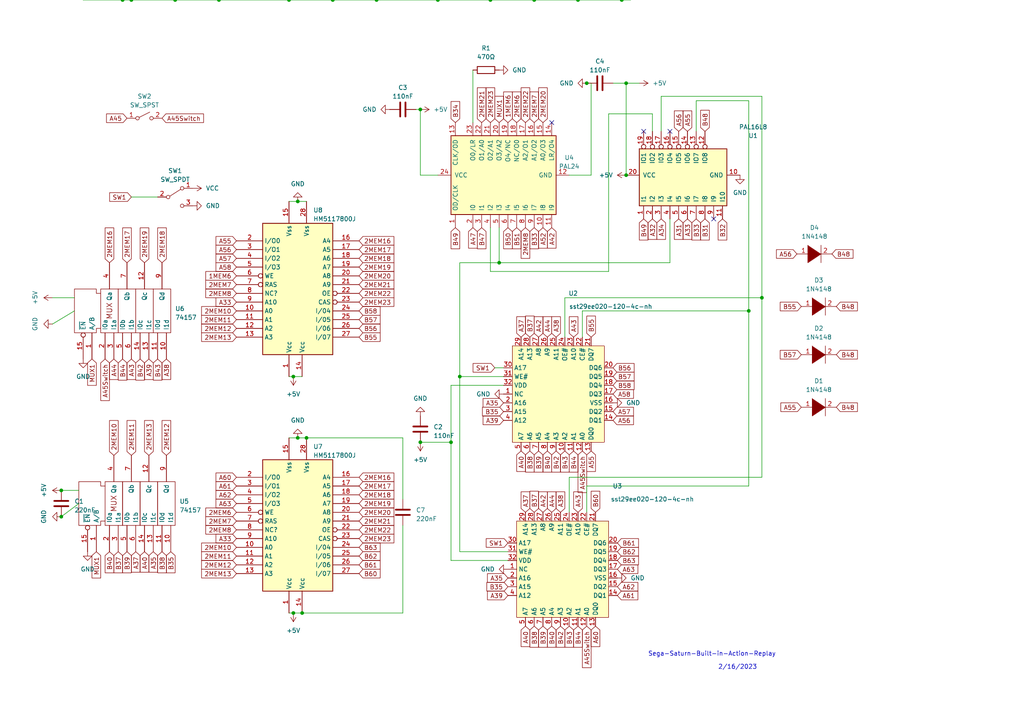
<source format=kicad_sch>
(kicad_sch (version 20230121) (generator eeschema)
  (paper "A4")
  (junction (at 87.63 177.8))
  (junction (at 130.81 128.27))
  (junction (at 17.78 149.86))
  (junction (at 167.64 -67.31))
  (junction (at 133.35 109.22))
  (junction (at 85.09 177.8))
  (junction (at 88.9 127))
  (junction (at 154.94 0))
  (junction (at 198.12 -2.54))
  (junction (at 86.36 127))
  (junction (at 85.09 109.22))
  (junction (at 35.56 0))
  (junction (at 200.66 -31.75))
  (junction (at 35.56 -67.31))
  (junction (at 217.17 90.17))
  (junction (at 220.98 86.36))
  (junction (at 109.22 0))
  (junction (at 96.52 0))
  (junction (at 195.58 -63.5))
  (junction (at 96.52 -67.31))
  (junction (at 181.61 24.13))
  (junction (at 63.5 -67.31))
  (junction (at 154.94 -67.31))
  (junction (at 121.92 31.75))
  (junction (at 121.92 128.27))
  (junction (at 170.18 24.13))
  (junction (at 167.64 0))
  (junction (at 109.22 -67.31))
  (junction (at 50.8 -67.31))
  (junction (at 180.34 0))
  (junction (at 38.1 0))
  (junction (at 83.82 0))
  (junction (at 132.08 -2.54))
  (junction (at 83.82 -67.31))
  (junction (at 144.78 76.2))
  (junction (at 127 0))
  (junction (at 63.5 0))
  (junction (at 24.13 -34.29))
  (junction (at 17.78 142.24))
  (junction (at 142.24 0))
  (junction (at 132.08 -63.5))
  (junction (at 86.36 58.42))
  (junction (at 198.12 -63.5))
  (junction (at 127 -67.31))
  (junction (at 50.8 0))
  (junction (at 195.58 -2.54))
  (junction (at 181.61 50.8))
  (no_connect (at 139.7 -16.51))
  (no_connect (at 194.31 38.1))
  (no_connect (at 193.04 -16.51))
  (no_connect (at 129.54 -49.53))
  (no_connect (at 172.72 -16.51))
  (no_connect (at 160.02 -16.51))
  (no_connect (at 86.36 -16.51))
  (no_connect (at 175.26 -16.51))
  (no_connect (at 73.66 -49.53))
  (no_connect (at 142.24 -49.53))
  (no_connect (at 78.74 -49.53))
  (no_connect (at 33.02 -16.51))
  (no_connect (at 177.8 -16.51))
  (no_connect (at 185.42 -49.53))
  (no_connect (at 66.04 -16.51))
  (no_connect (at 160.02 -49.53))
  (no_connect (at 170.18 -49.53))
  (no_connect (at 152.4 -49.53))
  (no_connect (at 134.62 -49.53))
  (no_connect (at 165.1 -16.51))
  (no_connect (at 149.86 -16.51))
  (no_connect (at 144.78 -49.53))
  (no_connect (at 187.96 -16.51))
  (no_connect (at 152.4 -16.51))
  (no_connect (at 207.01 63.5))
  (no_connect (at 137.16 -49.53))
  (no_connect (at 157.48 -49.53))
  (no_connect (at 190.5 -49.53))
  (no_connect (at 66.04 -49.53))
  (no_connect (at 193.04 -49.53))
  (no_connect (at 147.32 -16.51))
  (no_connect (at 157.48 -16.51))
  (no_connect (at 162.56 -49.53))
  (no_connect (at 162.56 -16.51))
  (no_connect (at 71.12 -49.53))
  (no_connect (at 139.7 -49.53))
  (no_connect (at 177.8 -49.53))
  (no_connect (at 129.54 -16.51))
  (no_connect (at 175.26 -49.53))
  (no_connect (at 186.69 38.1))
  (no_connect (at 165.1 -49.53))
  (no_connect (at 190.5 -16.51))
  (no_connect (at 160.02 35.56))
  (no_connect (at 137.16 -16.51))
  (no_connect (at 170.18 -16.51))
  (no_connect (at 149.86 -49.53))
  (no_connect (at 68.58 -16.51))
  (no_connect (at 187.96 -49.53))
  (no_connect (at 33.02 -49.53))
  (no_connect (at 134.62 -16.51))
  (no_connect (at 182.88 -49.53))
  (no_connect (at 147.32 -49.53))
  (no_connect (at 144.78 -16.51))
  (no_connect (at 172.72 -49.53))
  (no_connect (at 185.42 -16.51))
  (wire (pts (xy 154.94 -67.31) (xy 154.94 -49.53)))
  (wire (pts (xy 83.82 0) (xy 63.5 0)))
  (wire (pts (xy 109.22 0) (xy 96.52 0)))
  (wire (pts (xy 201.93 29.21) (xy 201.93 38.1)))
  (wire (pts (xy 85.09 109.22) (xy 87.63 109.22)))
  (wire (pts (xy 86.36 127) (xy 88.9 127)))
  (wire (pts (xy 170.18 148.59) (xy 170.18 140.97)))
  (wire (pts (xy 195.58 -2.54) (xy 132.08 -2.54)))
  (wire (pts (xy 132.08 -63.5) (xy 132.08 -49.53)))
  (wire (pts (xy 109.22 -67.31) (xy 109.22 -49.53)))
  (wire (pts (xy 83.82 127) (xy 86.36 127)))
  (wire (pts (xy 83.82 -16.51) (xy 83.82 0)))
  (wire (pts (xy 200.66 -63.5) (xy 200.66 -31.75)))
  (wire (pts (xy 181.61 24.13) (xy 181.61 50.8)))
  (wire (pts (xy 176.53 78.74) (xy 176.53 33.02)))
  (wire (pts (xy 198.12 -16.51) (xy 198.12 -2.54)))
  (wire (pts (xy 198.12 -49.53) (xy 198.12 -63.5)))
  (wire (pts (xy 35.56 -49.53) (xy 35.56 -67.31)))
  (wire (pts (xy 109.22 -16.51) (xy 109.22 0)))
  (wire (pts (xy 63.5 0) (xy 50.8 0)))
  (wire (pts (xy 142.24 0) (xy 154.94 0)))
  (wire (pts (xy 35.56 -67.31) (xy 24.13 -67.31)))
  (wire (pts (xy 154.94 0) (xy 167.64 0)))
  (wire (pts (xy 121.92 31.75) (xy 121.92 50.8)))
  (wire (pts (xy 195.58 -16.51) (xy 195.58 -2.54)))
  (wire (pts (xy 167.64 -67.31) (xy 167.64 -49.53)))
  (wire (pts (xy 30.48 -2.54) (xy 30.48 -16.51)))
  (wire (pts (xy 133.35 76.2) (xy 144.78 76.2)))
  (wire (pts (xy 50.8 0) (xy 38.1 0)))
  (wire (pts (xy 109.22 -67.31) (xy 127 -67.31)))
  (wire (pts (xy 191.77 27.94) (xy 220.98 27.94)))
  (wire (pts (xy 217.17 140.97) (xy 217.17 90.17)))
  (wire (pts (xy 130.81 162.56) (xy 147.32 162.56)))
  (wire (pts (xy 163.83 86.36) (xy 163.83 97.79)))
  (wire (pts (xy 168.91 90.17) (xy 217.17 90.17)))
  (wire (pts (xy 144.78 66.04) (xy 144.78 76.2)))
  (wire (pts (xy 195.58 -63.5) (xy 195.58 -49.53)))
  (wire (pts (xy 217.17 90.17) (xy 217.17 29.21)))
  (wire (pts (xy 165.1 148.59) (xy 165.1 138.43)))
  (wire (pts (xy 146.05 111.76) (xy 130.81 111.76)))
  (wire (pts (xy 50.8 -67.31) (xy 63.5 -67.31)))
  (wire (pts (xy 181.61 24.13) (xy 185.42 24.13)))
  (wire (pts (xy 35.56 -67.31) (xy 50.8 -67.31)))
  (wire (pts (xy 63.5 -67.31) (xy 63.5 -49.53)))
  (wire (pts (xy 189.23 33.02) (xy 189.23 38.1)))
  (wire (pts (xy 142.24 -16.51) (xy 142.24 0)))
  (wire (pts (xy 24.13 -34.29) (xy 24.13 0)))
  (wire (pts (xy 220.98 86.36) (xy 163.83 86.36)))
  (wire (pts (xy 24.13 -67.31) (xy 24.13 -34.29)))
  (wire (pts (xy 83.82 -67.31) (xy 83.82 -49.53)))
  (wire (pts (xy 130.81 111.76) (xy 130.81 128.27)))
  (wire (pts (xy 121.92 31.75) (xy 120.65 31.75)))
  (wire (pts (xy 194.31 76.2) (xy 194.31 63.5)))
  (wire (pts (xy 220.98 27.94) (xy 220.98 86.36)))
  (wire (pts (xy 132.08 -2.54) (xy 30.48 -2.54)))
  (wire (pts (xy 121.92 128.27) (xy 130.81 128.27)))
  (wire (pts (xy 200.66 -2.54) (xy 198.12 -2.54)))
  (wire (pts (xy 96.52 -67.31) (xy 109.22 -67.31)))
  (wire (pts (xy 142.24 78.74) (xy 176.53 78.74)))
  (wire (pts (xy 171.45 24.13) (xy 170.18 24.13)))
  (wire (pts (xy 30.48 -63.5) (xy 30.48 -49.53)))
  (wire (pts (xy 132.08 -16.51) (xy 132.08 -2.54)))
  (wire (pts (xy 180.34 0) (xy 182.88 0)))
  (wire (pts (xy 85.09 177.8) (xy 87.63 177.8)))
  (wire (pts (xy 83.82 -67.31) (xy 96.52 -67.31)))
  (wire (pts (xy 144.78 76.2) (xy 194.31 76.2)))
  (wire (pts (xy 170.18 140.97) (xy 217.17 140.97)))
  (wire (pts (xy 165.1 50.8) (xy 171.45 50.8)))
  (wire (pts (xy 132.08 -63.5) (xy 30.48 -63.5)))
  (wire (pts (xy 165.1 138.43) (xy 220.98 138.43)))
  (wire (pts (xy 96.52 -67.31) (xy 96.52 -49.53)))
  (wire (pts (xy 146.05 106.68) (xy 143.51 106.68)))
  (wire (pts (xy 130.81 128.27) (xy 130.81 162.56)))
  (wire (pts (xy 154.94 -67.31) (xy 167.64 -67.31)))
  (wire (pts (xy 198.12 -63.5) (xy 195.58 -63.5)))
  (wire (pts (xy 24.13 0) (xy 35.56 0)))
  (wire (pts (xy 116.84 127) (xy 88.9 127)))
  (wire (pts (xy 38.1 -16.51) (xy 38.1 0)))
  (wire (pts (xy 137.16 20.32) (xy 137.16 35.56)))
  (wire (pts (xy 38.1 0) (xy 35.56 0)))
  (wire (pts (xy 116.84 144.78) (xy 116.84 127)))
  (wire (pts (xy 127 50.8) (xy 121.92 50.8)))
  (wire (pts (xy 133.35 109.22) (xy 133.35 160.02)))
  (wire (pts (xy 15.24 93.98) (xy 21.59 90.17)))
  (wire (pts (xy 83.82 109.22) (xy 85.09 109.22)))
  (wire (pts (xy 63.5 -16.51) (xy 63.5 0)))
  (wire (pts (xy 220.98 138.43) (xy 220.98 86.36)))
  (wire (pts (xy 50.8 -67.31) (xy 50.8 -49.53)))
  (wire (pts (xy 127 -67.31) (xy 154.94 -67.31)))
  (wire (pts (xy 116.84 177.8) (xy 87.63 177.8)))
  (wire (pts (xy 96.52 -16.51) (xy 96.52 0)))
  (wire (pts (xy 35.56 0) (xy 35.56 -16.51)))
  (wire (pts (xy 127 -67.31) (xy 127 -49.53)))
  (wire (pts (xy 191.77 38.1) (xy 191.77 27.94)))
  (wire (pts (xy 195.58 -63.5) (xy 132.08 -63.5)))
  (wire (pts (xy 127 0) (xy 142.24 0)))
  (wire (pts (xy 133.35 76.2) (xy 133.35 109.22)))
  (wire (pts (xy 180.34 -67.31) (xy 180.34 -49.53)))
  (wire (pts (xy 176.53 33.02) (xy 189.23 33.02)))
  (wire (pts (xy 63.5 -67.31) (xy 83.82 -67.31)))
  (wire (pts (xy 133.35 160.02) (xy 147.32 160.02)))
  (wire (pts (xy 96.52 0) (xy 83.82 0)))
  (wire (pts (xy 116.84 152.4) (xy 116.84 177.8)))
  (wire (pts (xy 154.94 -16.51) (xy 154.94 0)))
  (wire (pts (xy 200.66 -31.75) (xy 200.66 -2.54)))
  (wire (pts (xy 86.36 58.42) (xy 88.9 58.42)))
  (wire (pts (xy 83.82 177.8) (xy 85.09 177.8)))
  (wire (pts (xy 167.64 0) (xy 180.34 0)))
  (wire (pts (xy 45.72 57.15) (xy 38.1 57.15)))
  (wire (pts (xy 167.64 -67.31) (xy 180.34 -67.31)))
  (wire (pts (xy 83.82 58.42) (xy 86.36 58.42)))
  (wire (pts (xy 182.88 -16.51) (xy 182.88 0)))
  (wire (pts (xy 180.34 -16.51) (xy 180.34 0)))
  (wire (pts (xy 167.64 -16.51) (xy 167.64 0)))
  (wire (pts (xy 146.05 109.22) (xy 133.35 109.22)))
  (wire (pts (xy 50.8 -16.51) (xy 50.8 0)))
  (wire (pts (xy 198.12 -2.54) (xy 195.58 -2.54)))
  (wire (pts (xy 217.17 29.21) (xy 201.93 29.21)))
  (wire (pts (xy 17.78 142.24) (xy 22.86 142.24)))
  (wire (pts (xy 177.8 24.13) (xy 181.61 24.13)))
  (wire (pts (xy 127 -16.51) (xy 127 0)))
  (wire (pts (xy 127 0) (xy 109.22 0)))
  (wire (pts (xy 171.45 50.8) (xy 171.45 24.13)))
  (wire (pts (xy 17.78 149.86) (xy 22.86 146.05)))
  (wire (pts (xy 142.24 66.04) (xy 142.24 78.74)))
  (wire (pts (xy 198.12 -63.5) (xy 200.66 -63.5)))
  (wire (pts (xy 168.91 97.79) (xy 168.91 90.17)))
  (wire (pts (xy 15.24 86.36) (xy 21.59 86.36)))
  (text "Sega-Saturn-Built-in-Action-Replay\n" (at 187.96 190.5 0) (effects (font (size 1.27 1.27)) (justify left bottom)))
  (text "2/16/2023" (at 208.28 194.31 0) (effects (font (size 1.27 1.27)) (justify left bottom)))
  (global_label "B38" (shape input) (at 153.67 130.81 270) (property "Intersheetrefs" "${INTERSHEET_REFS}" (effects hide)))
  (global_label "A55" (shape input) (at 199.39 38.1 90) (property "Intersheetrefs" "${INTERSHEET_REFS}" (effects hide)))
  (global_label "A43" (shape input) (at 166.37 97.79 90) (property "Intersheetrefs" "${INTERSHEET_REFS}" (effects hide)))
  (global_label "2MEM11" (shape input) (at 68.58 161.29 180) (property "Intersheetrefs" "${INTERSHEET_REFS}" (effects hide)))
  (global_label "B55" (shape input) (at 104.14 97.79 0) (property "Intersheetrefs" "${INTERSHEET_REFS}" (effects hide)))
  (global_label "A40" (shape input) (at 151.13 130.81 270) (property "Intersheetrefs" "${INTERSHEET_REFS}" (effects hide)))
  (global_label "B30" (shape input) (at 124.46 -16.51 270) (property "Intersheetrefs" "${INTERSHEET_REFS}" (effects hide)))
  (global_label "B39" (shape input) (at 101.6 -16.51 270) (property "Intersheetrefs" "${INTERSHEET_REFS}" (effects hide)))
  (global_label "B38" (shape input) (at 46.99 160.02 270) (property "Intersheetrefs" "${INTERSHEET_REFS}" (effects hide)))
  (global_label "A57" (shape input) (at 177.8 119.38 0) (property "Intersheetrefs" "${INTERSHEET_REFS}" (effects hide)))
  (global_label "B61" (shape input) (at 179.07 157.48 0) (property "Intersheetrefs" "${INTERSHEET_REFS}" (effects hide)))
  (global_label "B57" (shape input) (at 55.88 -16.51 270) (property "Intersheetrefs" "${INTERSHEET_REFS}" (effects hide)))
  (global_label "2MEM22" (shape input) (at 104.14 85.09 0) (property "Intersheetrefs" "${INTERSHEET_REFS}" (effects hide)))
  (global_label "A35" (shape input) (at 44.45 160.02 270) (property "Intersheetrefs" "${INTERSHEET_REFS}" (effects hide)))
  (global_label "A58" (shape input) (at 53.34 -49.53 90) (property "Intersheetrefs" "${INTERSHEET_REFS}" (effects hide)))
  (global_label "B50" (shape input) (at 73.66 -16.51 270) (property "Intersheetrefs" "${INTERSHEET_REFS}" (effects hide)))
  (global_label "2MEM16" (shape input) (at 104.14 138.43 0) (property "Intersheetrefs" "${INTERSHEET_REFS}" (effects hide)))
  (global_label "SW1" (shape input) (at 147.32 157.48 180) (property "Intersheetrefs" "${INTERSHEET_REFS}" (effects hide)))
  (global_label "A42" (shape input) (at 157.48 148.59 90) (property "Intersheetrefs" "${INTERSHEET_REFS}" (effects hide)))
  (global_label "2MEM20" (shape input) (at 104.14 148.59 0) (property "Intersheetrefs" "${INTERSHEET_REFS}" (effects hide)))
  (global_label "B49" (shape input) (at 132.08 66.04 270) (property "Intersheetrefs" "${INTERSHEET_REFS}" (effects hide)))
  (global_label "2MEM19" (shape input) (at 41.91 76.2 90) (property "Intersheetrefs" "${INTERSHEET_REFS}" (effects hide)))
  (global_label "B38" (shape input) (at 104.14 -16.51 270) (property "Intersheetrefs" "${INTERSHEET_REFS}" (effects hide)))
  (global_label "A62" (shape input) (at 68.58 143.51 180) (property "Intersheetrefs" "${INTERSHEET_REFS}" (effects hide)))
  (global_label "A52" (shape input) (at 157.48 66.04 270) (property "Intersheetrefs" "${INTERSHEET_REFS}" (effects hide)))
  (global_label "B44" (shape input) (at 35.56 104.14 270) (property "Intersheetrefs" "${INTERSHEET_REFS}" (effects hide)))
  (global_label "A60" (shape input) (at 172.72 181.61 270) (property "Intersheetrefs" "${INTERSHEET_REFS}" (effects hide)))
  (global_label "B32" (shape input) (at 119.38 -16.51 270) (property "Intersheetrefs" "${INTERSHEET_REFS}" (effects hide)))
  (global_label "MUX1" (shape input) (at 26.67 104.14 270) (property "Intersheetrefs" "${INTERSHEET_REFS}" (effects hide)))
  (global_label "B42" (shape input) (at 162.56 181.61 270) (property "Intersheetrefs" "${INTERSHEET_REFS}" (effects hide)))
  (global_label "B48" (shape input) (at 242.57 118.11 0) (property "Intersheetrefs" "${INTERSHEET_REFS}" (effects hide)))
  (global_label "2MEM21" (shape input) (at 104.14 82.55 0) (property "Intersheetrefs" "${INTERSHEET_REFS}" (effects hide)))
  (global_label "2MEM23" (shape input) (at 142.24 35.56 90) (property "Intersheetrefs" "${INTERSHEET_REFS}" (effects hide)))
  (global_label "A45" (shape input) (at 86.36 -49.53 90) (property "Intersheetrefs" "${INTERSHEET_REFS}" (effects hide)))
  (global_label "2MEM13" (shape input) (at 68.58 166.37 180) (property "Intersheetrefs" "${INTERSHEET_REFS}" (effects hide)))
  (global_label "A38" (shape input) (at 104.14 -49.53 90) (property "Intersheetrefs" "${INTERSHEET_REFS}" (effects hide)))
  (global_label "A47" (shape input) (at 81.28 -49.53 90) (property "Intersheetrefs" "${INTERSHEET_REFS}" (effects hide)))
  (global_label "A34" (shape input) (at 191.77 63.5 270) (property "Intersheetrefs" "${INTERSHEET_REFS}" (effects hide)))
  (global_label "B47" (shape input) (at 139.7 66.04 270) (property "Intersheetrefs" "${INTERSHEET_REFS}" (effects hide)))
  (global_label "A61" (shape input) (at 45.72 -49.53 90) (property "Intersheetrefs" "${INTERSHEET_REFS}" (effects hide)))
  (global_label "2MEM18" (shape input) (at 104.14 143.51 0) (property "Intersheetrefs" "${INTERSHEET_REFS}" (effects hide)))
  (global_label "A60" (shape input) (at 48.26 -49.53 90) (property "Intersheetrefs" "${INTERSHEET_REFS}" (effects hide)))
  (global_label "B58" (shape input) (at 177.8 111.76 0) (property "Intersheetrefs" "${INTERSHEET_REFS}" (effects hide)))
  (global_label "B48" (shape input) (at 241.3 73.66 0) (property "Intersheetrefs" "${INTERSHEET_REFS}" (effects hide)))
  (global_label "A38" (shape input) (at 48.26 104.14 270) (property "Intersheetrefs" "${INTERSHEET_REFS}" (effects hide)))
  (global_label "A32" (shape input) (at 189.23 63.5 270) (property "Intersheetrefs" "${INTERSHEET_REFS}" (effects hide)))
  (global_label "A35" (shape input) (at 147.32 167.64 180) (property "Intersheetrefs" "${INTERSHEET_REFS}" (effects hide)))
  (global_label "B48" (shape input) (at 78.74 -16.51 270) (property "Intersheetrefs" "${INTERSHEET_REFS}" (effects hide)))
  (global_label "B63" (shape input) (at 179.07 162.56 0) (property "Intersheetrefs" "${INTERSHEET_REFS}" (effects hide)))
  (global_label "B51" (shape input) (at 149.86 66.04 270) (property "Intersheetrefs" "${INTERSHEET_REFS}" (effects hide)))
  (global_label "B62" (shape input) (at 43.18 -16.51 270) (property "Intersheetrefs" "${INTERSHEET_REFS}" (effects hide)))
  (global_label "A30" (shape input) (at 124.46 -49.53 90) (property "Intersheetrefs" "${INTERSHEET_REFS}" (effects hide)))
  (global_label "B58" (shape input) (at 53.34 -16.51 270) (property "Intersheetrefs" "${INTERSHEET_REFS}" (effects hide)))
  (global_label "B55" (shape input) (at 171.45 97.79 90) (property "Intersheetrefs" "${INTERSHEET_REFS}" (effects hide)))
  (global_label "B39" (shape input) (at 157.48 181.61 270) (property "Intersheetrefs" "${INTERSHEET_REFS}" (effects hide)))
  (global_label "A49" (shape input) (at 76.2 -49.53 90) (property "Intersheetrefs" "${INTERSHEET_REFS}" (effects hide)))
  (global_label "A63" (shape input) (at 179.07 165.1 0) (property "Intersheetrefs" "${INTERSHEET_REFS}" (effects hide)))
  (global_label "B43" (shape input) (at 163.83 130.81 270) (property "Intersheetrefs" "${INTERSHEET_REFS}" (effects hide)))
  (global_label "A40" (shape input) (at 152.4 181.61 270) (property "Intersheetrefs" "${INTERSHEET_REFS}" (effects hide)))
  (global_label "A56" (shape input) (at 177.8 121.92 0) (property "Intersheetrefs" "${INTERSHEET_REFS}" (effects hide)))
  (global_label "A45Switch" (shape input) (at 46.99 34.29 0) (property "Intersheetrefs" "${INTERSHEET_REFS}" (effects hide)))
  (global_label "B34" (shape input) (at 132.08 35.56 90) (property "Intersheetrefs" "${INTERSHEET_REFS}" (effects hide)))
  (global_label "2MEM11" (shape input) (at 68.58 92.71 180) (property "Intersheetrefs" "${INTERSHEET_REFS}" (effects hide)))
  (global_label "B62" (shape input) (at 179.07 160.02 0) (property "Intersheetrefs" "${INTERSHEET_REFS}" (effects hide)))
  (global_label "B35" (shape input) (at 147.32 170.18 180) (property "Intersheetrefs" "${INTERSHEET_REFS}" (effects hide)))
  (global_label "B42" (shape input) (at 93.98 -16.51 270) (property "Intersheetrefs" "${INTERSHEET_REFS}" (effects hide)))
  (global_label "2MEM7" (shape input) (at 68.58 151.13 180) (property "Intersheetrefs" "${INTERSHEET_REFS}" (effects hide)))
  (global_label "B33" (shape input) (at 116.84 -16.51 270) (property "Intersheetrefs" "${INTERSHEET_REFS}" (effects hide)))
  (global_label "2MEM18" (shape input) (at 46.99 76.2 90) (property "Intersheetrefs" "${INTERSHEET_REFS}" (effects hide)))
  (global_label "2MEM13" (shape input) (at 43.18 132.08 90) (property "Intersheetrefs" "${INTERSHEET_REFS}" (effects hide)))
  (global_label "A55" (shape input) (at 232.41 118.11 180) (property "Intersheetrefs" "${INTERSHEET_REFS}" (effects hide)))
  (global_label "A44" (shape input) (at 33.02 104.14 270) (property "Intersheetrefs" "${INTERSHEET_REFS}" (effects hide)))
  (global_label "B43" (shape input) (at 91.44 -16.51 270) (property "Intersheetrefs" "${INTERSHEET_REFS}" (effects hide)))
  (global_label "B31" (shape input) (at 204.47 63.5 270) (property "Intersheetrefs" "${INTERSHEET_REFS}" (effects hide)))
  (global_label "B55" (shape input) (at 60.96 -16.51 270) (property "Intersheetrefs" "${INTERSHEET_REFS}" (effects hide)))
  (global_label "2MEM10" (shape input) (at 68.58 158.75 180) (property "Intersheetrefs" "${INTERSHEET_REFS}" (effects hide)))
  (global_label "A56" (shape input) (at 68.58 72.39 180) (property "Intersheetrefs" "${INTERSHEET_REFS}" (effects hide)))
  (global_label "A47" (shape input) (at 137.16 66.04 270) (property "Intersheetrefs" "${INTERSHEET_REFS}" (effects hide)))
  (global_label "MUX1" (shape input) (at 144.78 35.56 90) (property "Intersheetrefs" "${INTERSHEET_REFS}" (effects hide)))
  (global_label "2MEM21" (shape input) (at 139.7 35.56 90) (property "Intersheetrefs" "${INTERSHEET_REFS}" (effects hide)))
  (global_label "B61" (shape input) (at 104.14 163.83 0) (property "Intersheetrefs" "${INTERSHEET_REFS}" (effects hide)))
  (global_label "B62" (shape input) (at 104.14 161.29 0) (property "Intersheetrefs" "${INTERSHEET_REFS}" (effects hide)))
  (global_label "A40" (shape input) (at 41.91 160.02 270) (property "Intersheetrefs" "${INTERSHEET_REFS}" (effects hide)))
  (global_label "A37" (shape input) (at 152.4 148.59 90) (property "Intersheetrefs" "${INTERSHEET_REFS}" (effects hide)))
  (global_label "2MEM7" (shape input) (at 68.58 82.55 180) (property "Intersheetrefs" "${INTERSHEET_REFS}" (effects hide)))
  (global_label "A43" (shape input) (at 38.1 104.14 270) (property "Intersheetrefs" "${INTERSHEET_REFS}" (effects hide)))
  (global_label "A55" (shape input) (at 60.96 -49.53 90) (property "Intersheetrefs" "${INTERSHEET_REFS}" (effects hide)))
  (global_label "B33" (shape input) (at 201.93 63.5 270) (property "Intersheetrefs" "${INTERSHEET_REFS}" (effects hide)))
  (global_label "B43" (shape input) (at 45.72 104.14 270) (property "Intersheetrefs" "${INTERSHEET_REFS}" (effects hide)))
  (global_label "2MEM19" (shape input) (at 104.14 77.47 0) (property "Intersheetrefs" "${INTERSHEET_REFS}" (effects hide)))
  (global_label "2MEM8" (shape input) (at 68.58 85.09 180) (property "Intersheetrefs" "${INTERSHEET_REFS}" (effects hide)))
  (global_label "A63" (shape input) (at 40.64 -49.53 90) (property "Intersheetrefs" "${INTERSHEET_REFS}" (effects hide)))
  (global_label "B44" (shape input) (at 88.9 -16.51 270) (property "Intersheetrefs" "${INTERSHEET_REFS}" (effects hide)))
  (global_label "A42" (shape input) (at 156.21 97.79 90) (property "Intersheetrefs" "${INTERSHEET_REFS}" (effects hide)))
  (global_label "B55" (shape input) (at 232.41 88.9 180) (property "Intersheetrefs" "${INTERSHEET_REFS}" (effects hide)))
  (global_label "A45Switch" (shape input) (at 168.91 130.81 270) (property "Intersheetrefs" "${INTERSHEET_REFS}" (effects hide)))
  (global_label "A31" (shape input) (at 121.92 -49.53 90) (property "Intersheetrefs" "${INTERSHEET_REFS}" (effects hide)))
  (global_label "B63" (shape input) (at 104.14 158.75 0) (property "Intersheetrefs" "${INTERSHEET_REFS}" (effects hide)))
  (global_label "B37" (shape input) (at 154.94 148.59 90) (property "Intersheetrefs" "${INTERSHEET_REFS}" (effects hide)))
  (global_label "1MEM6" (shape input) (at 68.58 80.01 180) (property "Intersheetrefs" "${INTERSHEET_REFS}" (effects hide)))
  (global_label "2MEM6" (shape input) (at 149.86 35.56 90) (property "Intersheetrefs" "${INTERSHEET_REFS}" (effects hide)))
  (global_label "B48" (shape input) (at 242.57 102.87 0) (property "Intersheetrefs" "${INTERSHEET_REFS}" (effects hide)))
  (global_label "B49" (shape input) (at 186.69 63.5 270) (property "Intersheetrefs" "${INTERSHEET_REFS}" (effects hide)))
  (global_label "2MEM22" (shape input) (at 104.14 153.67 0) (property "Intersheetrefs" "${INTERSHEET_REFS}" (effects hide)))
  (global_label "B37" (shape input) (at 34.29 160.02 270) (property "Intersheetrefs" "${INTERSHEET_REFS}" (effects hide)))
  (global_label "A34" (shape input) (at 114.3 -49.53 90) (property "Intersheetrefs" "${INTERSHEET_REFS}" (effects hide)))
  (global_label "2MEM17" (shape input) (at 104.14 140.97 0) (property "Intersheetrefs" "${INTERSHEET_REFS}" (effects hide)))
  (global_label "B50" (shape input) (at 147.32 66.04 270) (property "Intersheetrefs" "${INTERSHEET_REFS}" (effects hide)))
  (global_label "B40" (shape input) (at 158.75 130.81 270) (property "Intersheetrefs" "${INTERSHEET_REFS}" (effects hide)))
  (global_label "2MEM13" (shape input) (at 68.58 97.79 180) (property "Intersheetrefs" "${INTERSHEET_REFS}" (effects hide)))
  (global_label "B48" (shape input) (at 242.57 88.9 0) (property "Intersheetrefs" "${INTERSHEET_REFS}" (effects hide)))
  (global_label "A37" (shape input) (at 39.37 160.02 270) (property "Intersheetrefs" "${INTERSHEET_REFS}" (effects hide)))
  (global_label "A33" (shape input) (at 68.58 87.63 180) (property "Intersheetrefs" "${INTERSHEET_REFS}" (effects hide)))
  (global_label "2MEM6" (shape input) (at 68.58 148.59 180) (property "Intersheetrefs" "${INTERSHEET_REFS}" (effects hide)))
  (global_label "A39" (shape input) (at 147.32 172.72 180) (property "Intersheetrefs" "${INTERSHEET_REFS}" (effects hide)))
  (global_label "A58" (shape input) (at 68.58 77.47 180) (property "Intersheetrefs" "${INTERSHEET_REFS}" (effects hide)))
  (global_label "A62" (shape input) (at 179.07 170.18 0) (property "Intersheetrefs" "${INTERSHEET_REFS}" (effects hide)))
  (global_label "A56" (shape input) (at 231.14 73.66 180) (property "Intersheetrefs" "${INTERSHEET_REFS}" (effects hide)))
  (global_label "A55" (shape input) (at 68.58 69.85 180) (property "Intersheetrefs" "${INTERSHEET_REFS}" (effects hide)))
  (global_label "2MEM22" (shape input) (at 152.4 35.56 90) (property "Intersheetrefs" "${INTERSHEET_REFS}" (effects hide)))
  (global_label "B37" (shape input) (at 153.67 97.79 90) (property "Intersheetrefs" "${INTERSHEET_REFS}" (effects hide)))
  (global_label "B40" (shape input) (at 99.06 -16.51 270) (property "Intersheetrefs" "${INTERSHEET_REFS}" (effects hide)))
  (global_label "2MEM12" (shape input) (at 68.58 95.25 180) (property "Intersheetrefs" "${INTERSHEET_REFS}" (effects hide)))
  (global_label "2MEM18" (shape input) (at 104.14 74.93 0) (property "Intersheetrefs" "${INTERSHEET_REFS}" (effects hide)))
  (global_label "B48" (shape input) (at 204.47 38.1 90) (property "Intersheetrefs" "${INTERSHEET_REFS}" (effects hide)))
  (global_label "2MEM8" (shape input) (at 68.58 153.67 180) (property "Intersheetrefs" "${INTERSHEET_REFS}" (effects hide)))
  (global_label "B57" (shape input) (at 232.41 102.87 180) (property "Intersheetrefs" "${INTERSHEET_REFS}" (effects hide)))
  (global_label "A56" (shape input) (at 58.42 -49.53 90) (property "Intersheetrefs" "${INTERSHEET_REFS}" (effects hide)))
  (global_label "A52" (shape input) (at 68.58 -49.53 90) (property "Intersheetrefs" "${INTERSHEET_REFS}" (effects hide)))
  (global_label "A44" (shape input) (at 160.02 148.59 90) (property "Intersheetrefs" "${INTERSHEET_REFS}" (effects hide)))
  (global_label "A35" (shape input) (at 146.05 116.84 180) (property "Intersheetrefs" "${INTERSHEET_REFS}" (effects hide)))
  (global_label "B60" (shape input) (at 172.72 148.59 90) (property "Intersheetrefs" "${INTERSHEET_REFS}" (effects hide)))
  (global_label "A38" (shape input) (at 161.29 97.79 90) (property "Intersheetrefs" "${INTERSHEET_REFS}" (effects hide)))
  (global_label "A38" (shape input) (at 162.56 148.59 90) (property "Intersheetrefs" "${INTERSHEET_REFS}" (effects hide)))
  (global_label "A33" (shape input) (at 68.58 156.21 180) (property "Intersheetrefs" "${INTERSHEET_REFS}" (effects hide)))
  (global_label "B34" (shape input) (at 114.3 -16.51 270) (property "Intersheetrefs" "${INTERSHEET_REFS}" (effects hide)))
  (global_label "A57" (shape input) (at 68.58 74.93 180) (property "Intersheetrefs" "${INTERSHEET_REFS}" (effects hide)))
  (global_label "A42" (shape input) (at 160.02 66.04 270) (property "Intersheetrefs" "${INTERSHEET_REFS}" (effects hide)))
  (global_label "B57" (shape input) (at 104.14 92.71 0) (property "Intersheetrefs" "${INTERSHEET_REFS}" (effects hide)))
  (global_label "B33" (shape input) (at 154.94 66.04 270) (property "Intersheetrefs" "${INTERSHEET_REFS}" (effects hide)))
  (global_label "B42" (shape input) (at 161.29 130.81 270) (property "Intersheetrefs" "${INTERSHEET_REFS}" (effects hide)))
  (global_label "B57" (shape input) (at 177.8 109.22 0) (property "Intersheetrefs" "${INTERSHEET_REFS}" (effects hide)))
  (global_label "A62" (shape input) (at 43.18 -49.53 90) (property "Intersheetrefs" "${INTERSHEET_REFS}" (effects hide)))
  (global_label "B60" (shape input) (at 104.14 166.37 0) (property "Intersheetrefs" "${INTERSHEET_REFS}" (effects hide)))
  (global_label "B42" (shape input) (at 40.64 104.14 270) (property "Intersheetrefs" "${INTERSHEET_REFS}" (effects hide)))
  (global_label "A60" (shape input) (at 68.58 138.43 180) (property "Intersheetrefs" "${INTERSHEET_REFS}" (effects hide)))
  (global_label "A31" (shape input) (at 196.85 63.5 270) (property "Intersheetrefs" "${INTERSHEET_REFS}" (effects hide)))
  (global_label "A39" (shape input) (at 43.18 104.14 270) (property "Intersheetrefs" "${INTERSHEET_REFS}" (effects hide)))
  (global_label "A39" (shape input) (at 101.6 -49.53 90) (property "Intersheetrefs" "${INTERSHEET_REFS}" (effects hide)))
  (global_label "A33" (shape input) (at 116.84 -49.53 90) (property "Intersheetrefs" "${INTERSHEET_REFS}" (effects hide)))
  (global_label "2MEM17" (shape input) (at 36.83 76.2 90) (property "Intersheetrefs" "${INTERSHEET_REFS}" (effects hide)))
  (global_label "B44" (shape input) (at 167.64 181.61 270) (property "Intersheetrefs" "${INTERSHEET_REFS}" (effects hide)))
  (global_label "A45Switch" (shape input) (at 170.18 181.61 270) (property "Intersheetrefs" "${INTERSHEET_REFS}" (effects hide)))
  (global_label "2MEM10" (shape input) (at 68.58 90.17 180) (property "Intersheetrefs" "${INTERSHEET_REFS}" (effects hide)))
  (global_label "2MEM20" (shape input) (at 104.14 80.01 0) (property "Intersheetrefs" "${INTERSHEET_REFS}" (effects hide)))
  (global_label "A42" (shape input) (at 93.98 -49.53 90) (property "Intersheetrefs" "${INTERSHEET_REFS}" (effects hide)))
  (global_label "B56" (shape input) (at 58.42 -16.51 270) (property "Intersheetrefs" "${INTERSHEET_REFS}" (effects hide)))
  (global_label "A45" (shape input) (at 36.83 34.29 180) (property "Intersheetrefs" "${INTERSHEET_REFS}" (effects hide)))
  (global_label "A39" (shape input) (at 146.05 121.92 180) (property "Intersheetrefs" "${INTERSHEET_REFS}" (effects hide)))
  (global_label "B56" (shape input) (at 104.14 95.25 0) (property "Intersheetrefs" "${INTERSHEET_REFS}" (effects hide)))
  (global_label "A61" (shape input) (at 68.58 140.97 180) (property "Intersheetrefs" "${INTERSHEET_REFS}" (effects hide)))
  (global_label "A44" (shape input) (at 158.75 97.79 90) (property "Intersheetrefs" "${INTERSHEET_REFS}" (effects hide)))
  (global_label "B47" (shape input) (at 81.28 -16.51 270) (property "Intersheetrefs" "${INTERSHEET_REFS}" (effects hide)))
  (global_label "2MEM12" (shape input) (at 68.58 163.83 180) (property "Intersheetrefs" "${INTERSHEET_REFS}" (effects hide)))
  (global_label "A33" (shape input) (at 199.39 63.5 270) (property "Intersheetrefs" "${INTERSHEET_REFS}" (effects hide)))
  (global_label "2MEM16" (shape input) (at 31.75 76.2 90) (property "Intersheetrefs" "${INTERSHEET_REFS}" (effects hide)))
  (global_label "B39" (shape input) (at 36.83 160.02 270) (property "Intersheetrefs" "${INTERSHEET_REFS}" (effects hide)))
  (global_label "A55" (shape input) (at 171.45 130.81 270) (property "Intersheetrefs" "${INTERSHEET_REFS}" (effects hide)))
  (global_label "B60" (shape input) (at 48.26 -16.51 270) (property "Intersheetrefs" "${INTERSHEET_REFS}" (effects hide)))
  (global_label "2MEM16" (shape input) (at 104.14 69.85 0) (property "Intersheetrefs" "${INTERSHEET_REFS}" (effects hide)))
  (global_label "2MEM19" (shape input) (at 104.14 146.05 0) (property "Intersheetrefs" "${INTERSHEET_REFS}" (effects hide)))
  (global_label "2MEM20" (shape input) (at 157.48 35.56 90) (property "Intersheetrefs" "${INTERSHEET_REFS}" (effects hide)))
  (global_label "A45Switch" (shape input) (at 30.48 104.14 270) (property "Intersheetrefs" "${INTERSHEET_REFS}" (effects hide)))
  (global_label "B43" (shape input) (at 165.1 181.61 270) (property "Intersheetrefs" "${INTERSHEET_REFS}" (effects hide)))
  (global_label "A32" (shape input) (at 119.38 -49.53 90) (property "Intersheetrefs" "${INTERSHEET_REFS}" (effects hide)))
  (global_label "B63" (shape input) (at 40.64 -16.51 270) (property "Intersheetrefs" "${INTERSHEET_REFS}" (effects hide)))
  (global_label "A35" (shape input) (at 111.76 -49.53 90) (property "Intersheetrefs" "${INTERSHEET_REFS}" (effects hide)))
  (global_label "B58" (shape input) (at 104.14 90.17 0) (property "Intersheetrefs" "${INTERSHEET_REFS}" (effects hide)))
  (global_label "A40" (shape input) (at 99.06 -49.53 90) (property "Intersheetrefs" "${INTERSHEET_REFS}" (effects hide)))
  (global_label "B61" (shape input) (at 45.72 -16.51 270) (property "Intersheetrefs" "${INTERSHEET_REFS}" (effects hide)))
  (global_label "B35" (shape input) (at 49.53 160.02 270) (property "Intersheetrefs" "${INTERSHEET_REFS}" (effects hide)))
  (global_label "A44" (shape input) (at 88.9 -49.53 90) (property "Intersheetrefs" "${INTERSHEET_REFS}" (effects hide)))
  (global_label "B35" (shape input) (at 146.05 119.38 180) (property "Intersheetrefs" "${INTERSHEET_REFS}" (effects hide)))
  (global_label "SW1" (shape input) (at 38.1 57.15 180) (property "Intersheetrefs" "${INTERSHEET_REFS}" (effects hide)))
  (global_label "B40" (shape input) (at 160.02 181.61 270) (property "Intersheetrefs" "${INTERSHEET_REFS}" (effects hide)))
  (global_label "B35" (shape input) (at 111.76 -16.51 270) (property "Intersheetrefs" "${INTERSHEET_REFS}" (effects hide)))
  (global_label "B44" (shape input) (at 166.37 130.81 270) (property "Intersheetrefs" "${INTERSHEET_REFS}" (effects hide)))
  (global_label "2MEM10" (shape input) (at 33.02 132.08 90) (property "Intersheetrefs" "${INTERSHEET_REFS}" (effects hide)))
  (global_label "B37" (shape input) (at 106.68 -16.51 270) (property "Intersheetrefs" "${INTERSHEET_REFS}" (effects hide)))
  (global_label "2MEM23" (shape input) (at 104.14 87.63 0) (property "Intersheetrefs" "${INTERSHEET_REFS}" (effects hide)))
  (global_label "2MEM21" (shape input) (at 104.14 151.13 0) (property "Intersheetrefs" "${INTERSHEET_REFS}" (effects hide)))
  (global_label "A56" (shape input) (at 196.85 38.1 90) (property "Intersheetrefs" "${INTERSHEET_REFS}" (effects hide)))
  (global_label "MUX1" (shape input) (at 27.94 160.02 270) (property "Intersheetrefs" "${INTERSHEET_REFS}" (effects hide)))
  (global_label "2MEM23" (shape input) (at 104.14 156.21 0) (property "Intersheetrefs" "${INTERSHEET_REFS}" (effects hide)))
  (global_label "2MEM7" (shape input) (at 154.94 35.56 90) (property "Intersheetrefs" "${INTERSHEET_REFS}" (effects hide)))
  (global_label "A61" (shape input) (at 179.07 172.72 0) (property "Intersheetrefs" "${INTERSHEET_REFS}" (effects hide)))
  (global_label "B56" (shape input) (at 177.8 106.68 0) (property "Intersheetrefs" "${INTERSHEET_REFS}" (effects hide)))
  (global_label "B40" (shape input) (at 31.75 160.02 270) (property "Intersheetrefs" "${INTERSHEET_REFS}" (effects hide)))
  (global_label "SW1" (shape input) (at 143.51 106.68 180) (property "Intersheetrefs" "${INTERSHEET_REFS}" (effects hide)))
  (global_label "B51" (shape input) (at 71.12 -16.51 270) (property "Intersheetrefs" "${INTERSHEET_REFS}" (effects hide)))
  (global_label "A37" (shape input) (at 106.68 -49.53 90) (property "Intersheetrefs" "${INTERSHEET_REFS}" (effects hide)))
  (global_label "2MEM11" (shape input) (at 38.1 132.08 90) (property "Intersheetrefs" "${INTERSHEET_REFS}" (effects hide)))
  (global_label "2MEM12" (shape input) (at 48.26 132.08 90) (property "Intersheetrefs" "${INTERSHEET_REFS}" (effects hide)))
  (global_label "A57" (shape input) (at 55.88 -49.53 90) (property "Intersheetrefs" "${INTERSHEET_REFS}" (effects hide)))
  (global_label "A58" (shape input) (at 177.8 114.3 0) (property "Intersheetrefs" "${INTERSHEET_REFS}" (effects hide)))
  (global_label "B38" (shape input) (at 154.94 181.61 270) (property "Intersheetrefs" "${INTERSHEET_REFS}" (effects hide)))
  (global_label "B32" (shape input) (at 209.55 63.5 270) (property "Intersheetrefs" "${INTERSHEET_REFS}" (effects hide)))
  (global_label "1MEM6" (shape input) (at 147.32 35.56 90) (property "Intersheetrefs" "${INTERSHEET_REFS}" (effects hide)))
  (global_label "A63" (shape input) (at 68.58 146.05 180) (property "Intersheetrefs" "${INTERSHEET_REFS}" (effects hide)))
  (global_label "2MEM8" (shape input) (at 152.4 66.04 270) (property "Intersheetrefs" "${INTERSHEET_REFS}" (effects hide)))
  (global_label "2MEM17" (shape input) (at 104.14 72.39 0) (property "Intersheetrefs" "${INTERSHEET_REFS}" (effects hide)))
  (global_label "A43" (shape input) (at 167.64 148.59 90) (property "Intersheetrefs" "${INTERSHEET_REFS}" (effects hide)))
  (global_label "B39" (shape input) (at 156.21 130.81 270) (property "Intersheetrefs" "${INTERSHEET_REFS}" (effects hide)))
  (global_label "A37" (shape input) (at 151.13 97.79 90) (property "Intersheetrefs" "${INTERSHEET_REFS}" (effects hide)))
  (global_label "B31" (shape input) (at 121.92 -16.51 270) (property "Intersheetrefs" "${INTERSHEET_REFS}" (effects hide)))
  (global_label "A43" (shape input) (at 91.44 -49.53 90) (property "Intersheetrefs" "${INTERSHEET_REFS}" (effects hide)))
  (global_label "B49" (shape input) (at 76.2 -16.51 270) (property "Intersheetrefs" "${INTERSHEET_REFS}" (effects hide)))
  (symbol (lib_id "power:+5V") (at 17.78 142.24 90) (unit 1)
    (property "Reference" "#PWR0114" (effects hide))
    (property "Value" "+5V" (at 12.7 142.24 0))
  )
  (symbol (lib_id "pspice:DIODE") (at 237.49 102.87 0) (unit 1)
    (property "Reference" "D2" (at 237.49 95.25 0))
    (property "Value" "1N4148" (at 237.49 97.79 0))
    (property "Footprint" "Diode_SMD:D_MiniMELF_Handsoldering" (effects hide))
  )
  (symbol (lib_id "pspice:DIODE") (at 237.49 118.11 0) (unit 1)
    (property "Reference" "D1" (at 237.49 110.49 0))
    (property "Value" "1N4148" (at 237.49 113.03 0))
    (property "Footprint" "Diode_SMD:D_MiniMELF_Handsoldering" (effects hide))
  )
  (symbol (lib_id "pspice:DIODE") (at 237.49 88.9 0) (unit 1)
    (property "Reference" "D3" (at 237.49 81.28 0))
    (property "Value" "1N4148" (at 237.49 83.82 0))
    (property "Footprint" "Diode_SMD:D_MiniMELF_Handsoldering" (effects hide))
  )
  (symbol (lib_id "power:GND") (at 17.78 149.86 270) (unit 1)
    (property "Reference" "#PWR0115" (effects hide))
    (property "Value" "GND" (at 12.7 149.86 0))
  )
  (symbol (lib_id "power:GND") (at 214.63 50.8 0) (unit 1)
    (property "Reference" "#PWR0133" (effects hide))
    (property "Value" "GND" (at 214.63 55.88 0))
  )
  (symbol (lib_id "power:GND") (at 24.13 104.14 0) (unit 1)
    (property "Reference" "#PWR0118" (effects hide))
    (property "Value" "GND" (at 24.13 109.22 0))
  )
  (symbol (lib_id "power:GND") (at 121.92 120.65 180) (unit 1)
    (property "Reference" "#PWR0106" (effects hide))
    (property "Value" "GND" (at 121.92 115.57 0))
  )
  (symbol (lib_id "power:+5V") (at 85.09 177.8 180) (unit 1)
    (property "Reference" "#PWR0119" (effects hide))
    (property "Value" "+5V" (at 85.09 182.88 0))
  )
  (symbol (lib_id "power:GND") (at 146.05 114.3 270) (unit 1)
    (property "Reference" "#PWR0110" (effects hide))
    (property "Value" "GND" (at 142.24 114.2999 90) (effects (justify right)))
  )
  (symbol (lib_id "Device:C") (at 116.84 148.59 0) (unit 1)
    (property "Reference" "C7" (at 120.65 147.955 0) (effects (justify left)))
    (property "Value" "220nF" (at 120.65 150.495 0) (effects (justify left)))
    (property "Footprint" "Capacitor_SMD:C_0805_2012Metric_Pad1.18x1.45mm_HandSolder" (effects hide))
  )
  (symbol (lib_id "power:VCC") (at 200.66 -31.75 270) (unit 1)
    (property "Reference" "#PWR0108" (effects hide))
    (property "Value" "VCC" (at 204.47 -31.7501 90) (effects (justify left)))
  )
  (symbol (lib_id "power:GND") (at 25.4 160.02 0) (unit 1)
    (property "Reference" "#PWR0113" (effects hide))
    (property "Value" "GND" (at 25.4 165.1 0))
  )
  (symbol (lib_id "Switch:SW_SPDT") (at 50.8 57.15 0) (unit 1)
    (property "Reference" "SW1" (at 50.8 49.53 0))
    (property "Value" "SW_SPDT" (at 50.8 52.07 0))
    (property "Footprint" "Connector_JST:JST_XH_S3B-XH-A-1_1x03_P2.50mm_Horizontal" (effects hide))
  )
  (symbol (lib_id "Device:C") (at 121.92 124.46 0) (unit 1)
    (property "Reference" "C2" (at 125.73 123.825 0) (effects (justify left)))
    (property "Value" "110nF" (at 125.73 126.365 0) (effects (justify left)))
    (property "Footprint" "Capacitor_SMD:C_0805_2012Metric_Pad1.18x1.45mm_HandSolder" (effects hide))
  )
  (symbol (lib_id "power:+5V") (at 181.61 50.8 90) (unit 1)
    (property "Reference" "#PWR0131" (effects hide))
    (property "Value" "+5V" (at 177.8 50.7999 90) (effects (justify left)))
  )
  (symbol (lib_id "Device:R") (at 140.97 20.32 90) (unit 1)
    (property "Reference" "R1" (at 140.97 13.97 90))
    (property "Value" "470Ω" (at 140.97 16.51 90))
    (property "Footprint" "Resistor_SMD:R_0805_2012Metric_Pad1.20x1.40mm_HandSolder" (effects hide))
  )
  (symbol (lib_name "HM5117800J_1") (lib_id "Custom:HM5117800J") (at 86.36 83.82 0) (unit 1)
    (property "Reference" "U8" (at 90.8559 60.96 0) (effects (justify left)))
    (property "Value" "HM5117800J" (at 90.8559 63.5 0) (effects (justify left)))
    (property "Footprint" "Custom:SOIC-28" (effects hide))
  )
  (symbol (lib_id "power:+5V") (at 121.92 128.27 180) (unit 1)
    (property "Reference" "#PWR0102" (effects hide))
    (property "Value" "+5V" (at 121.92 133.35 0))
  )
  (symbol (lib_id "power:+5V") (at 85.09 109.22 180) (unit 1)
    (property "Reference" "#PWR0121" (effects hide))
    (property "Value" "+5V" (at 85.09 114.3 0))
  )
  (symbol (lib_id "power:GND") (at 55.88 59.69 90) (unit 1)
    (property "Reference" "#PWR0103" (effects hide))
    (property "Value" "GND" (at 59.69 59.69 90) (effects (justify right)))
  )
  (symbol (lib_id "power:GND") (at 177.8 116.84 90) (unit 1)
    (property "Reference" "#PWR0105" (effects hide))
    (property "Value" "GND" (at 181.61 116.8399 90) (effects (justify right)))
  )
  (symbol (lib_id "pspice:DIODE") (at 236.22 73.66 0) (unit 1)
    (property "Reference" "D4" (at 236.22 66.04 0))
    (property "Value" "1N4148" (at 236.22 68.58 0))
    (property "Footprint" "Diode_SMD:D_MiniMELF_Handsoldering" (effects hide))
  )
  (symbol (lib_id "Custom:sst29ee020-120-4c-nh") (at 147.32 99.06 90) (unit 1)
    (property "Reference" "U2" (at 167.64 85.09 90) (effects (justify left)))
    (property "Value" "sst29ee020-120-4c-nh" (at 189.23 88.9 90) (effects (justify left)))
    (property "Footprint" "Package_LCC:PLCC-32_11.4x14.0mm_P1.27mm" (effects hide))
    (property "Datasheet" "https://4donline.ihs.com/images/VipMasterIC/IC/SIST/SISTS00271/SISTS00271-1.pdf?hkey=EF798316E3902B6ED9A73243A3159BB0" (effects hide))
  )
  (symbol (lib_id "Custom:HM5117800J") (at 86.36 152.4 0) (unit 1)
    (property "Reference" "U7" (at 90.8559 129.54 0) (effects (justify left)))
    (property "Value" "HM5117800J" (at 90.8559 132.08 0) (effects (justify left)))
    (property "Footprint" "Custom:SOIC-28" (effects hide))
  )
  (symbol (lib_id "Logic_Programmable:PAL16L8") (at 199.39 50.8 90) (unit 1)
    (property "Reference" "U1" (at 218.44 39.37 90))
    (property "Value" "PAL16L8" (at 218.44 36.83 90))
    (property "Footprint" "Package_DIP:DIP-20_W7.62mm_Socket" (effects hide))
  )
  (symbol (lib_id "power:GND") (at 113.03 31.75 270) (unit 1)
    (property "Reference" "#PWR0127" (effects hide))
    (property "Value" "GND" (at 109.22 31.7499 90) (effects (justify right)))
  )
  (symbol (lib_id "74xx_IEEE:74157") (at 34.29 90.17 90) (unit 1)
    (property "Reference" "U6" (at 50.8 89.535 90) (effects (justify right)))
    (property "Value" "74157" (at 50.8 92.075 90) (effects (justify right)))
    (property "Footprint" "Package_DIP:DIP-16_W7.62mm_Socket" (effects hide))
  )
  (symbol (lib_id "power:GND") (at 179.07 167.64 90) (unit 1)
    (property "Reference" "#PWR0101" (effects hide))
    (property "Value" "GND" (at 182.88 167.6399 90) (effects (justify right)))
  )
  (symbol (lib_id "Custom:SSCART") (at 207.01 8.89 270) (unit 1)
    (property "Reference" "SSCART1" (at 210.82 -38.705 0))
    (property "Value" "SSCART" (at 208.28 -38.705 0))
    (property "Footprint" "Custom:Sega Cart" (effects hide))
  )
  (symbol (lib_id "Device:C") (at 173.99 24.13 90) (unit 1)
    (property "Reference" "C4" (at 173.99 17.78 90))
    (property "Value" "110nF" (at 173.99 20.32 90))
    (property "Footprint" "Capacitor_SMD:C_0805_2012Metric_Pad1.18x1.45mm_HandSolder" (effects hide))
  )
  (symbol (lib_id "power:+5V") (at 121.92 31.75 270) (unit 1)
    (property "Reference" "#PWR0132" (effects hide))
    (property "Value" "+5V" (at 125.73 31.7499 90) (effects (justify left)))
  )
  (symbol (lib_id "power:GND") (at 144.78 20.32 90) (unit 1)
    (property "Reference" "#PWR0130" (effects hide))
    (property "Value" "GND" (at 148.59 20.3199 90) (effects (justify right)))
  )
  (symbol (lib_id "Device:C") (at 17.78 146.05 0) (unit 1)
    (property "Reference" "C1" (at 21.59 145.415 0) (effects (justify left)))
    (property "Value" "220nF" (at 21.59 147.955 0) (effects (justify left)))
    (property "Footprint" "Capacitor_SMD:C_0805_2012Metric_Pad1.18x1.45mm_HandSolder" (effects hide))
  )
  (symbol (lib_id "Device:C") (at 116.84 31.75 270) (unit 1)
    (property "Reference" "C3" (at 116.84 25.4 90))
    (property "Value" "110nF" (at 116.84 27.94 90))
    (property "Footprint" "Capacitor_SMD:C_0805_2012Metric_Pad1.18x1.45mm_HandSolder" (effects hide))
  )
  (symbol (lib_id "power:GND") (at 147.32 165.1 270) (unit 1)
    (property "Reference" "#PWR0109" (effects hide))
    (property "Value" "GND" (at 143.51 165.0999 90) (effects (justify right)))
  )
  (symbol (lib_id "Switch:SW_SPST") (at 41.91 34.29 0) (unit 1)
    (property "Reference" "SW2" (at 41.91 27.94 0))
    (property "Value" "SW_SPST" (at 41.91 30.48 0))
    (property "Footprint" "Connector_JST:JST_XH_S2B-XH-A_1x02_P2.50mm_Horizontal" (effects hide))
  )
  (symbol (lib_id "power:GND") (at 86.36 58.42 180) (unit 1)
    (property "Reference" "#PWR0122" (effects hide))
    (property "Value" "GND" (at 86.36 53.34 0))
  )
  (symbol (lib_name "sst29ee020-120-4c-nh_1") (lib_id "Custom:sst29ee020-120-4c-nh") (at 148.59 149.86 90) (unit 1)
    (property "Reference" "U3" (at 179.07 140.97 90))
    (property "Value" "sst29ee020-120-4c-nh" (at 189.23 144.78 90))
    (property "Footprint" "Package_LCC:PLCC-32_11.4x14.0mm_P1.27mm" (effects hide))
    (property "Datasheet" "https://4donline.ihs.com/images/VipMasterIC/IC/SIST/SISTS00271/SISTS00271-1.pdf?hkey=EF798316E3902B6ED9A73243A3159BB0" (effects hide))
  )
  (symbol (lib_id "power:VCC") (at 55.88 54.61 270) (unit 1)
    (property "Reference" "#PWR0104" (effects hide))
    (property "Value" "VCC" (at 59.69 54.61 90) (effects (justify left)))
  )
  (symbol (lib_id "power:GND") (at 24.13 -34.29 270) (unit 1)
    (property "Reference" "#PWR0107" (effects hide))
    (property "Value" "GND" (at 20.32 -34.2901 90) (effects (justify right)))
  )
  (symbol (lib_id "74xx_IEEE:74157") (at 35.56 146.05 90) (unit 1)
    (property "Reference" "U5" (at 52.07 145.415 90) (effects (justify right)))
    (property "Value" "74157" (at 52.07 147.955 90) (effects (justify right)))
    (property "Footprint" "Package_DIP:DIP-16_W7.62mm_Socket" (effects hide))
  )
  (symbol (lib_id "power:+5V") (at 185.42 24.13 270) (unit 1)
    (property "Reference" "#PWR0124" (effects hide))
    (property "Value" "+5V" (at 189.23 24.1299 90) (effects (justify left)))
  )
  (symbol (lib_id "Logic_Programmable:PAL24") (at 147.32 50.8 90) (unit 1)
    (property "Reference" "U4" (at 165.1 45.72 90))
    (property "Value" "PAL24" (at 165.1 48.26 90))
    (property "Footprint" "Package_DIP:DIP-24_W7.62mm_Socket" (effects hide))
  )
  (symbol (lib_id "power:GND") (at 170.18 24.13 270) (unit 1)
    (property "Reference" "#PWR0123" (effects hide))
    (property "Value" "GND" (at 166.37 24.1299 90) (effects (justify right)))
  )
  (symbol (lib_id "power:+5V") (at 15.24 86.36 90) (unit 1)
    (property "Reference" "#PWR0116" (effects hide))
    (property "Value" "+5V" (at 10.16 86.36 0))
  )
  (symbol (lib_id "power:GND") (at 15.24 93.98 270) (unit 1)
    (property "Reference" "#PWR0117" (effects hide))
    (property "Value" "GND" (at 10.16 93.98 0))
  )
  (symbol (lib_id "power:GND") (at 86.36 127 180) (unit 1)
    (property "Reference" "#PWR0120" (effects hide))
    (property "Value" "GND" (at 86.36 121.92 0))
  )
)
</source>
